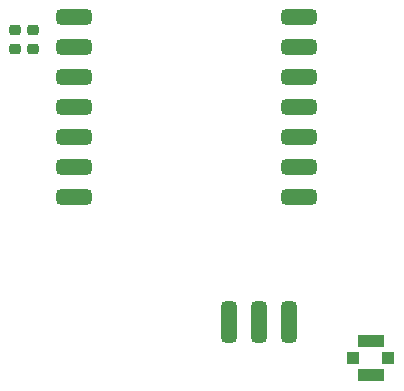
<source format=gbp>
%TF.GenerationSoftware,KiCad,Pcbnew,7.0.5-0*%
%TF.CreationDate,2024-02-18T18:21:39-05:00*%
%TF.ProjectId,BITSv5,42495453-7635-42e6-9b69-6361645f7063,2*%
%TF.SameCoordinates,Original*%
%TF.FileFunction,Paste,Bot*%
%TF.FilePolarity,Positive*%
%FSLAX46Y46*%
G04 Gerber Fmt 4.6, Leading zero omitted, Abs format (unit mm)*
G04 Created by KiCad (PCBNEW 7.0.5-0) date 2024-02-18 18:21:39*
%MOMM*%
%LPD*%
G01*
G04 APERTURE LIST*
G04 Aperture macros list*
%AMRoundRect*
0 Rectangle with rounded corners*
0 $1 Rounding radius*
0 $2 $3 $4 $5 $6 $7 $8 $9 X,Y pos of 4 corners*
0 Add a 4 corners polygon primitive as box body*
4,1,4,$2,$3,$4,$5,$6,$7,$8,$9,$2,$3,0*
0 Add four circle primitives for the rounded corners*
1,1,$1+$1,$2,$3*
1,1,$1+$1,$4,$5*
1,1,$1+$1,$6,$7*
1,1,$1+$1,$8,$9*
0 Add four rect primitives between the rounded corners*
20,1,$1+$1,$2,$3,$4,$5,0*
20,1,$1+$1,$4,$5,$6,$7,0*
20,1,$1+$1,$6,$7,$8,$9,0*
20,1,$1+$1,$8,$9,$2,$3,0*%
G04 Aperture macros list end*
%ADD10RoundRect,0.225000X-0.250000X0.225000X-0.250000X-0.225000X0.250000X-0.225000X0.250000X0.225000X0*%
%ADD11RoundRect,0.322500X-1.177500X-0.322500X1.177500X-0.322500X1.177500X0.322500X-1.177500X0.322500X0*%
%ADD12RoundRect,0.325000X-1.175000X-0.325000X1.175000X-0.325000X1.175000X0.325000X-1.175000X0.325000X0*%
%ADD13RoundRect,0.325000X-0.325000X1.425000X-0.325000X-1.425000X0.325000X-1.425000X0.325000X1.425000X0*%
%ADD14R,1.000000X1.000000*%
%ADD15R,2.200000X1.050000*%
G04 APERTURE END LIST*
D10*
%TO.C,C26*%
X114625000Y-56250000D03*
X114625000Y-57800000D03*
%TD*%
D11*
%TO.C,U4*%
X118100000Y-70345000D03*
D12*
X118100000Y-67800000D03*
X118100000Y-65260000D03*
X118100000Y-62720000D03*
X118100000Y-60180000D03*
X118100000Y-57640000D03*
X118100000Y-55100000D03*
X137100000Y-55100000D03*
X137100000Y-57640000D03*
X137100000Y-60180000D03*
X137100000Y-62720000D03*
X137100000Y-65260000D03*
X137100000Y-67800000D03*
D11*
X137100000Y-70345000D03*
D13*
X136270000Y-80950000D03*
X133730000Y-80950000D03*
X131190000Y-80950000D03*
%TD*%
D14*
%TO.C,J6*%
X141700000Y-84000000D03*
D15*
X143200000Y-85475000D03*
D14*
X144700000Y-84000000D03*
D15*
X143200000Y-82525000D03*
%TD*%
D10*
%TO.C,C27*%
X113100000Y-56250000D03*
X113100000Y-57800000D03*
%TD*%
M02*

</source>
